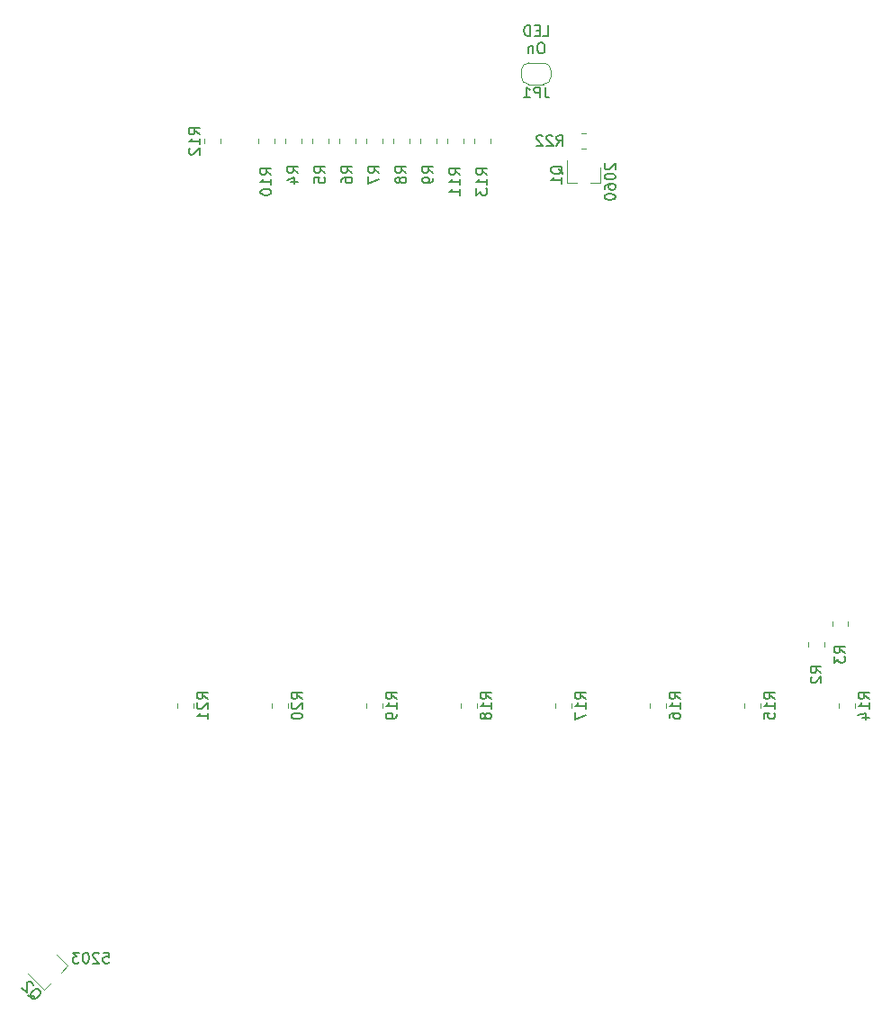
<source format=gbr>
%TF.GenerationSoftware,KiCad,Pcbnew,(5.1.8)-1*%
%TF.CreationDate,2024-08-17T01:38:09+03:00*%
%TF.ProjectId,Ports,506f7274-732e-46b6-9963-61645f706362,rev?*%
%TF.SameCoordinates,Original*%
%TF.FileFunction,Legend,Bot*%
%TF.FilePolarity,Positive*%
%FSLAX46Y46*%
G04 Gerber Fmt 4.6, Leading zero omitted, Abs format (unit mm)*
G04 Created by KiCad (PCBNEW (5.1.8)-1) date 2024-08-17 01:38:09*
%MOMM*%
%LPD*%
G01*
G04 APERTURE LIST*
%ADD10C,0.150000*%
%ADD11C,0.120000*%
G04 APERTURE END LIST*
D10*
X63420476Y-106132380D02*
X63896666Y-106132380D01*
X63944285Y-106608571D01*
X63896666Y-106560952D01*
X63801428Y-106513333D01*
X63563333Y-106513333D01*
X63468095Y-106560952D01*
X63420476Y-106608571D01*
X63372857Y-106703809D01*
X63372857Y-106941904D01*
X63420476Y-107037142D01*
X63468095Y-107084761D01*
X63563333Y-107132380D01*
X63801428Y-107132380D01*
X63896666Y-107084761D01*
X63944285Y-107037142D01*
X62991904Y-106227619D02*
X62944285Y-106180000D01*
X62849047Y-106132380D01*
X62610952Y-106132380D01*
X62515714Y-106180000D01*
X62468095Y-106227619D01*
X62420476Y-106322857D01*
X62420476Y-106418095D01*
X62468095Y-106560952D01*
X63039523Y-107132380D01*
X62420476Y-107132380D01*
X61801428Y-106132380D02*
X61706190Y-106132380D01*
X61610952Y-106180000D01*
X61563333Y-106227619D01*
X61515714Y-106322857D01*
X61468095Y-106513333D01*
X61468095Y-106751428D01*
X61515714Y-106941904D01*
X61563333Y-107037142D01*
X61610952Y-107084761D01*
X61706190Y-107132380D01*
X61801428Y-107132380D01*
X61896666Y-107084761D01*
X61944285Y-107037142D01*
X61991904Y-106941904D01*
X62039523Y-106751428D01*
X62039523Y-106513333D01*
X61991904Y-106322857D01*
X61944285Y-106227619D01*
X61896666Y-106180000D01*
X61801428Y-106132380D01*
X61134761Y-106132380D02*
X60515714Y-106132380D01*
X60849047Y-106513333D01*
X60706190Y-106513333D01*
X60610952Y-106560952D01*
X60563333Y-106608571D01*
X60515714Y-106703809D01*
X60515714Y-106941904D01*
X60563333Y-107037142D01*
X60610952Y-107084761D01*
X60706190Y-107132380D01*
X60991904Y-107132380D01*
X61087142Y-107084761D01*
X61134761Y-107037142D01*
X110672619Y-31940714D02*
X110625000Y-31988333D01*
X110577380Y-32083571D01*
X110577380Y-32321666D01*
X110625000Y-32416904D01*
X110672619Y-32464523D01*
X110767857Y-32512142D01*
X110863095Y-32512142D01*
X111005952Y-32464523D01*
X111577380Y-31893095D01*
X111577380Y-32512142D01*
X110577380Y-33131190D02*
X110577380Y-33226428D01*
X110625000Y-33321666D01*
X110672619Y-33369285D01*
X110767857Y-33416904D01*
X110958333Y-33464523D01*
X111196428Y-33464523D01*
X111386904Y-33416904D01*
X111482142Y-33369285D01*
X111529761Y-33321666D01*
X111577380Y-33226428D01*
X111577380Y-33131190D01*
X111529761Y-33035952D01*
X111482142Y-32988333D01*
X111386904Y-32940714D01*
X111196428Y-32893095D01*
X110958333Y-32893095D01*
X110767857Y-32940714D01*
X110672619Y-32988333D01*
X110625000Y-33035952D01*
X110577380Y-33131190D01*
X110577380Y-34321666D02*
X110577380Y-34131190D01*
X110625000Y-34035952D01*
X110672619Y-33988333D01*
X110815476Y-33893095D01*
X111005952Y-33845476D01*
X111386904Y-33845476D01*
X111482142Y-33893095D01*
X111529761Y-33940714D01*
X111577380Y-34035952D01*
X111577380Y-34226428D01*
X111529761Y-34321666D01*
X111482142Y-34369285D01*
X111386904Y-34416904D01*
X111148809Y-34416904D01*
X111053571Y-34369285D01*
X111005952Y-34321666D01*
X110958333Y-34226428D01*
X110958333Y-34035952D01*
X111005952Y-33940714D01*
X111053571Y-33893095D01*
X111148809Y-33845476D01*
X110577380Y-35035952D02*
X110577380Y-35131190D01*
X110625000Y-35226428D01*
X110672619Y-35274047D01*
X110767857Y-35321666D01*
X110958333Y-35369285D01*
X111196428Y-35369285D01*
X111386904Y-35321666D01*
X111482142Y-35274047D01*
X111529761Y-35226428D01*
X111577380Y-35131190D01*
X111577380Y-35035952D01*
X111529761Y-34940714D01*
X111482142Y-34893095D01*
X111386904Y-34845476D01*
X111196428Y-34797857D01*
X110958333Y-34797857D01*
X110767857Y-34845476D01*
X110672619Y-34893095D01*
X110625000Y-34940714D01*
X110577380Y-35035952D01*
X104782857Y-19947380D02*
X105259047Y-19947380D01*
X105259047Y-18947380D01*
X104449523Y-19423571D02*
X104116190Y-19423571D01*
X103973333Y-19947380D02*
X104449523Y-19947380D01*
X104449523Y-18947380D01*
X103973333Y-18947380D01*
X103544761Y-19947380D02*
X103544761Y-18947380D01*
X103306666Y-18947380D01*
X103163809Y-18995000D01*
X103068571Y-19090238D01*
X103020952Y-19185476D01*
X102973333Y-19375952D01*
X102973333Y-19518809D01*
X103020952Y-19709285D01*
X103068571Y-19804523D01*
X103163809Y-19899761D01*
X103306666Y-19947380D01*
X103544761Y-19947380D01*
X104687619Y-20597380D02*
X104497142Y-20597380D01*
X104401904Y-20645000D01*
X104306666Y-20740238D01*
X104259047Y-20930714D01*
X104259047Y-21264047D01*
X104306666Y-21454523D01*
X104401904Y-21549761D01*
X104497142Y-21597380D01*
X104687619Y-21597380D01*
X104782857Y-21549761D01*
X104878095Y-21454523D01*
X104925714Y-21264047D01*
X104925714Y-20930714D01*
X104878095Y-20740238D01*
X104782857Y-20645000D01*
X104687619Y-20597380D01*
X103830476Y-20930714D02*
X103830476Y-21597380D01*
X103830476Y-21025952D02*
X103782857Y-20978333D01*
X103687619Y-20930714D01*
X103544761Y-20930714D01*
X103449523Y-20978333D01*
X103401904Y-21073571D01*
X103401904Y-21597380D01*
D11*
%TO.C,Q2*%
X60074630Y-107370172D02*
X59042254Y-106337797D01*
X57840172Y-109604630D02*
X56312822Y-108077279D01*
X57840172Y-109604630D02*
X58497782Y-108947021D01*
X60074630Y-107370172D02*
X59417021Y-108027782D01*
%TO.C,R22*%
X108357936Y-29110000D02*
X108812064Y-29110000D01*
X108357936Y-30580000D02*
X108812064Y-30580000D01*
%TO.C,Q1*%
X110165000Y-33780000D02*
X109235000Y-33780000D01*
X107005000Y-33780000D02*
X107935000Y-33780000D01*
X107005000Y-33780000D02*
X107005000Y-31620000D01*
X110165000Y-33780000D02*
X110165000Y-32320000D01*
%TO.C,JP1*%
X103425000Y-24495000D02*
X104825000Y-24495000D01*
X105525000Y-23795000D02*
X105525000Y-23195000D01*
X104825000Y-22495000D02*
X103425000Y-22495000D01*
X102725000Y-23195000D02*
X102725000Y-23795000D01*
X102725000Y-23795000D02*
G75*
G03*
X103425000Y-24495000I700000J0D01*
G01*
X103425000Y-22495000D02*
G75*
G03*
X102725000Y-23195000I0J-700000D01*
G01*
X105525000Y-23195000D02*
G75*
G03*
X104825000Y-22495000I-700000J0D01*
G01*
X104825000Y-24495000D02*
G75*
G03*
X105525000Y-23795000I0J700000D01*
G01*
%TO.C,R21*%
X71855000Y-83142064D02*
X71855000Y-82687936D01*
X70385000Y-83142064D02*
X70385000Y-82687936D01*
%TO.C,R20*%
X80745000Y-83142064D02*
X80745000Y-82687936D01*
X79275000Y-83142064D02*
X79275000Y-82687936D01*
%TO.C,R19*%
X89635000Y-83142064D02*
X89635000Y-82687936D01*
X88165000Y-83142064D02*
X88165000Y-82687936D01*
%TO.C,R18*%
X98525000Y-83142064D02*
X98525000Y-82687936D01*
X97055000Y-83142064D02*
X97055000Y-82687936D01*
%TO.C,R17*%
X107415000Y-83142064D02*
X107415000Y-82687936D01*
X105945000Y-83142064D02*
X105945000Y-82687936D01*
%TO.C,R16*%
X116305000Y-83142064D02*
X116305000Y-82687936D01*
X114835000Y-83142064D02*
X114835000Y-82687936D01*
%TO.C,R15*%
X125195000Y-83142064D02*
X125195000Y-82687936D01*
X123725000Y-83142064D02*
X123725000Y-82687936D01*
%TO.C,R14*%
X134085000Y-83142064D02*
X134085000Y-82687936D01*
X132615000Y-83142064D02*
X132615000Y-82687936D01*
%TO.C,R13*%
X99795000Y-29617936D02*
X99795000Y-30072064D01*
X98325000Y-29617936D02*
X98325000Y-30072064D01*
%TO.C,R12*%
X74395000Y-29617936D02*
X74395000Y-30072064D01*
X72925000Y-29617936D02*
X72925000Y-30072064D01*
%TO.C,R11*%
X97255000Y-29617936D02*
X97255000Y-30072064D01*
X95785000Y-29617936D02*
X95785000Y-30072064D01*
%TO.C,R10*%
X79475000Y-29617936D02*
X79475000Y-30072064D01*
X78005000Y-29617936D02*
X78005000Y-30072064D01*
%TO.C,R9*%
X94715000Y-29617936D02*
X94715000Y-30072064D01*
X93245000Y-29617936D02*
X93245000Y-30072064D01*
%TO.C,R8*%
X92175000Y-29617936D02*
X92175000Y-30072064D01*
X90705000Y-29617936D02*
X90705000Y-30072064D01*
%TO.C,R7*%
X89635000Y-29617936D02*
X89635000Y-30072064D01*
X88165000Y-29617936D02*
X88165000Y-30072064D01*
%TO.C,R6*%
X87095000Y-29617936D02*
X87095000Y-30072064D01*
X85625000Y-29617936D02*
X85625000Y-30072064D01*
%TO.C,R5*%
X84555000Y-29617936D02*
X84555000Y-30072064D01*
X83085000Y-29617936D02*
X83085000Y-30072064D01*
%TO.C,R4*%
X82015000Y-29617936D02*
X82015000Y-30072064D01*
X80545000Y-29617936D02*
X80545000Y-30072064D01*
%TO.C,R3*%
X131980000Y-74972936D02*
X131980000Y-75427064D01*
X133450000Y-74972936D02*
X133450000Y-75427064D01*
%TO.C,R2*%
X131227500Y-77379564D02*
X131227500Y-76925436D01*
X129757500Y-77379564D02*
X129757500Y-76925436D01*
%TO.C,Q2*%
D10*
X56332351Y-110172335D02*
X56433366Y-110206007D01*
X56568053Y-110206007D01*
X56770084Y-110206007D01*
X56871099Y-110239679D01*
X56938442Y-110307022D01*
X56736412Y-110441709D02*
X56837427Y-110475381D01*
X56972114Y-110475381D01*
X57140473Y-110374366D01*
X57376175Y-110138663D01*
X57477190Y-109970305D01*
X57477190Y-109835618D01*
X57443519Y-109734602D01*
X57308832Y-109599915D01*
X57207816Y-109566244D01*
X57073129Y-109566244D01*
X56904771Y-109667259D01*
X56669068Y-109902961D01*
X56568053Y-110071320D01*
X56568053Y-110206007D01*
X56601725Y-110307022D01*
X56736412Y-110441709D01*
X56803755Y-109229526D02*
X56803755Y-109162183D01*
X56770084Y-109061167D01*
X56601725Y-108892809D01*
X56500710Y-108859137D01*
X56433366Y-108859137D01*
X56332351Y-108892809D01*
X56265007Y-108960152D01*
X56197664Y-109094839D01*
X56197664Y-109902961D01*
X55759931Y-109465228D01*
%TO.C,R22*%
X106052857Y-30297380D02*
X106386190Y-29821190D01*
X106624285Y-30297380D02*
X106624285Y-29297380D01*
X106243333Y-29297380D01*
X106148095Y-29345000D01*
X106100476Y-29392619D01*
X106052857Y-29487857D01*
X106052857Y-29630714D01*
X106100476Y-29725952D01*
X106148095Y-29773571D01*
X106243333Y-29821190D01*
X106624285Y-29821190D01*
X105671904Y-29392619D02*
X105624285Y-29345000D01*
X105529047Y-29297380D01*
X105290952Y-29297380D01*
X105195714Y-29345000D01*
X105148095Y-29392619D01*
X105100476Y-29487857D01*
X105100476Y-29583095D01*
X105148095Y-29725952D01*
X105719523Y-30297380D01*
X105100476Y-30297380D01*
X104719523Y-29392619D02*
X104671904Y-29345000D01*
X104576666Y-29297380D01*
X104338571Y-29297380D01*
X104243333Y-29345000D01*
X104195714Y-29392619D01*
X104148095Y-29487857D01*
X104148095Y-29583095D01*
X104195714Y-29725952D01*
X104767142Y-30297380D01*
X104148095Y-30297380D01*
%TO.C,Q1*%
X106632619Y-32924761D02*
X106585000Y-32829523D01*
X106489761Y-32734285D01*
X106346904Y-32591428D01*
X106299285Y-32496190D01*
X106299285Y-32400952D01*
X106537380Y-32448571D02*
X106489761Y-32353333D01*
X106394523Y-32258095D01*
X106204047Y-32210476D01*
X105870714Y-32210476D01*
X105680238Y-32258095D01*
X105585000Y-32353333D01*
X105537380Y-32448571D01*
X105537380Y-32639047D01*
X105585000Y-32734285D01*
X105680238Y-32829523D01*
X105870714Y-32877142D01*
X106204047Y-32877142D01*
X106394523Y-32829523D01*
X106489761Y-32734285D01*
X106537380Y-32639047D01*
X106537380Y-32448571D01*
X106537380Y-33829523D02*
X106537380Y-33258095D01*
X106537380Y-33543809D02*
X105537380Y-33543809D01*
X105680238Y-33448571D01*
X105775476Y-33353333D01*
X105823095Y-33258095D01*
%TO.C,JP1*%
X104958333Y-24747380D02*
X104958333Y-25461666D01*
X105005952Y-25604523D01*
X105101190Y-25699761D01*
X105244047Y-25747380D01*
X105339285Y-25747380D01*
X104482142Y-25747380D02*
X104482142Y-24747380D01*
X104101190Y-24747380D01*
X104005952Y-24795000D01*
X103958333Y-24842619D01*
X103910714Y-24937857D01*
X103910714Y-25080714D01*
X103958333Y-25175952D01*
X104005952Y-25223571D01*
X104101190Y-25271190D01*
X104482142Y-25271190D01*
X102958333Y-25747380D02*
X103529761Y-25747380D01*
X103244047Y-25747380D02*
X103244047Y-24747380D01*
X103339285Y-24890238D01*
X103434523Y-24985476D01*
X103529761Y-25033095D01*
%TO.C,R21*%
X73222380Y-82272142D02*
X72746190Y-81938809D01*
X73222380Y-81700714D02*
X72222380Y-81700714D01*
X72222380Y-82081666D01*
X72270000Y-82176904D01*
X72317619Y-82224523D01*
X72412857Y-82272142D01*
X72555714Y-82272142D01*
X72650952Y-82224523D01*
X72698571Y-82176904D01*
X72746190Y-82081666D01*
X72746190Y-81700714D01*
X72317619Y-82653095D02*
X72270000Y-82700714D01*
X72222380Y-82795952D01*
X72222380Y-83034047D01*
X72270000Y-83129285D01*
X72317619Y-83176904D01*
X72412857Y-83224523D01*
X72508095Y-83224523D01*
X72650952Y-83176904D01*
X73222380Y-82605476D01*
X73222380Y-83224523D01*
X73222380Y-84176904D02*
X73222380Y-83605476D01*
X73222380Y-83891190D02*
X72222380Y-83891190D01*
X72365238Y-83795952D01*
X72460476Y-83700714D01*
X72508095Y-83605476D01*
%TO.C,R20*%
X82112380Y-82272142D02*
X81636190Y-81938809D01*
X82112380Y-81700714D02*
X81112380Y-81700714D01*
X81112380Y-82081666D01*
X81160000Y-82176904D01*
X81207619Y-82224523D01*
X81302857Y-82272142D01*
X81445714Y-82272142D01*
X81540952Y-82224523D01*
X81588571Y-82176904D01*
X81636190Y-82081666D01*
X81636190Y-81700714D01*
X81207619Y-82653095D02*
X81160000Y-82700714D01*
X81112380Y-82795952D01*
X81112380Y-83034047D01*
X81160000Y-83129285D01*
X81207619Y-83176904D01*
X81302857Y-83224523D01*
X81398095Y-83224523D01*
X81540952Y-83176904D01*
X82112380Y-82605476D01*
X82112380Y-83224523D01*
X81112380Y-83843571D02*
X81112380Y-83938809D01*
X81160000Y-84034047D01*
X81207619Y-84081666D01*
X81302857Y-84129285D01*
X81493333Y-84176904D01*
X81731428Y-84176904D01*
X81921904Y-84129285D01*
X82017142Y-84081666D01*
X82064761Y-84034047D01*
X82112380Y-83938809D01*
X82112380Y-83843571D01*
X82064761Y-83748333D01*
X82017142Y-83700714D01*
X81921904Y-83653095D01*
X81731428Y-83605476D01*
X81493333Y-83605476D01*
X81302857Y-83653095D01*
X81207619Y-83700714D01*
X81160000Y-83748333D01*
X81112380Y-83843571D01*
%TO.C,R19*%
X91002380Y-82272142D02*
X90526190Y-81938809D01*
X91002380Y-81700714D02*
X90002380Y-81700714D01*
X90002380Y-82081666D01*
X90050000Y-82176904D01*
X90097619Y-82224523D01*
X90192857Y-82272142D01*
X90335714Y-82272142D01*
X90430952Y-82224523D01*
X90478571Y-82176904D01*
X90526190Y-82081666D01*
X90526190Y-81700714D01*
X91002380Y-83224523D02*
X91002380Y-82653095D01*
X91002380Y-82938809D02*
X90002380Y-82938809D01*
X90145238Y-82843571D01*
X90240476Y-82748333D01*
X90288095Y-82653095D01*
X91002380Y-83700714D02*
X91002380Y-83891190D01*
X90954761Y-83986428D01*
X90907142Y-84034047D01*
X90764285Y-84129285D01*
X90573809Y-84176904D01*
X90192857Y-84176904D01*
X90097619Y-84129285D01*
X90050000Y-84081666D01*
X90002380Y-83986428D01*
X90002380Y-83795952D01*
X90050000Y-83700714D01*
X90097619Y-83653095D01*
X90192857Y-83605476D01*
X90430952Y-83605476D01*
X90526190Y-83653095D01*
X90573809Y-83700714D01*
X90621428Y-83795952D01*
X90621428Y-83986428D01*
X90573809Y-84081666D01*
X90526190Y-84129285D01*
X90430952Y-84176904D01*
%TO.C,R18*%
X99892380Y-82272142D02*
X99416190Y-81938809D01*
X99892380Y-81700714D02*
X98892380Y-81700714D01*
X98892380Y-82081666D01*
X98940000Y-82176904D01*
X98987619Y-82224523D01*
X99082857Y-82272142D01*
X99225714Y-82272142D01*
X99320952Y-82224523D01*
X99368571Y-82176904D01*
X99416190Y-82081666D01*
X99416190Y-81700714D01*
X99892380Y-83224523D02*
X99892380Y-82653095D01*
X99892380Y-82938809D02*
X98892380Y-82938809D01*
X99035238Y-82843571D01*
X99130476Y-82748333D01*
X99178095Y-82653095D01*
X99320952Y-83795952D02*
X99273333Y-83700714D01*
X99225714Y-83653095D01*
X99130476Y-83605476D01*
X99082857Y-83605476D01*
X98987619Y-83653095D01*
X98940000Y-83700714D01*
X98892380Y-83795952D01*
X98892380Y-83986428D01*
X98940000Y-84081666D01*
X98987619Y-84129285D01*
X99082857Y-84176904D01*
X99130476Y-84176904D01*
X99225714Y-84129285D01*
X99273333Y-84081666D01*
X99320952Y-83986428D01*
X99320952Y-83795952D01*
X99368571Y-83700714D01*
X99416190Y-83653095D01*
X99511428Y-83605476D01*
X99701904Y-83605476D01*
X99797142Y-83653095D01*
X99844761Y-83700714D01*
X99892380Y-83795952D01*
X99892380Y-83986428D01*
X99844761Y-84081666D01*
X99797142Y-84129285D01*
X99701904Y-84176904D01*
X99511428Y-84176904D01*
X99416190Y-84129285D01*
X99368571Y-84081666D01*
X99320952Y-83986428D01*
%TO.C,R17*%
X108782380Y-82272142D02*
X108306190Y-81938809D01*
X108782380Y-81700714D02*
X107782380Y-81700714D01*
X107782380Y-82081666D01*
X107830000Y-82176904D01*
X107877619Y-82224523D01*
X107972857Y-82272142D01*
X108115714Y-82272142D01*
X108210952Y-82224523D01*
X108258571Y-82176904D01*
X108306190Y-82081666D01*
X108306190Y-81700714D01*
X108782380Y-83224523D02*
X108782380Y-82653095D01*
X108782380Y-82938809D02*
X107782380Y-82938809D01*
X107925238Y-82843571D01*
X108020476Y-82748333D01*
X108068095Y-82653095D01*
X107782380Y-83557857D02*
X107782380Y-84224523D01*
X108782380Y-83795952D01*
%TO.C,R16*%
X117672380Y-82272142D02*
X117196190Y-81938809D01*
X117672380Y-81700714D02*
X116672380Y-81700714D01*
X116672380Y-82081666D01*
X116720000Y-82176904D01*
X116767619Y-82224523D01*
X116862857Y-82272142D01*
X117005714Y-82272142D01*
X117100952Y-82224523D01*
X117148571Y-82176904D01*
X117196190Y-82081666D01*
X117196190Y-81700714D01*
X117672380Y-83224523D02*
X117672380Y-82653095D01*
X117672380Y-82938809D02*
X116672380Y-82938809D01*
X116815238Y-82843571D01*
X116910476Y-82748333D01*
X116958095Y-82653095D01*
X116672380Y-84081666D02*
X116672380Y-83891190D01*
X116720000Y-83795952D01*
X116767619Y-83748333D01*
X116910476Y-83653095D01*
X117100952Y-83605476D01*
X117481904Y-83605476D01*
X117577142Y-83653095D01*
X117624761Y-83700714D01*
X117672380Y-83795952D01*
X117672380Y-83986428D01*
X117624761Y-84081666D01*
X117577142Y-84129285D01*
X117481904Y-84176904D01*
X117243809Y-84176904D01*
X117148571Y-84129285D01*
X117100952Y-84081666D01*
X117053333Y-83986428D01*
X117053333Y-83795952D01*
X117100952Y-83700714D01*
X117148571Y-83653095D01*
X117243809Y-83605476D01*
%TO.C,R15*%
X126562380Y-82272142D02*
X126086190Y-81938809D01*
X126562380Y-81700714D02*
X125562380Y-81700714D01*
X125562380Y-82081666D01*
X125610000Y-82176904D01*
X125657619Y-82224523D01*
X125752857Y-82272142D01*
X125895714Y-82272142D01*
X125990952Y-82224523D01*
X126038571Y-82176904D01*
X126086190Y-82081666D01*
X126086190Y-81700714D01*
X126562380Y-83224523D02*
X126562380Y-82653095D01*
X126562380Y-82938809D02*
X125562380Y-82938809D01*
X125705238Y-82843571D01*
X125800476Y-82748333D01*
X125848095Y-82653095D01*
X125562380Y-84129285D02*
X125562380Y-83653095D01*
X126038571Y-83605476D01*
X125990952Y-83653095D01*
X125943333Y-83748333D01*
X125943333Y-83986428D01*
X125990952Y-84081666D01*
X126038571Y-84129285D01*
X126133809Y-84176904D01*
X126371904Y-84176904D01*
X126467142Y-84129285D01*
X126514761Y-84081666D01*
X126562380Y-83986428D01*
X126562380Y-83748333D01*
X126514761Y-83653095D01*
X126467142Y-83605476D01*
%TO.C,R14*%
X135452380Y-82272142D02*
X134976190Y-81938809D01*
X135452380Y-81700714D02*
X134452380Y-81700714D01*
X134452380Y-82081666D01*
X134500000Y-82176904D01*
X134547619Y-82224523D01*
X134642857Y-82272142D01*
X134785714Y-82272142D01*
X134880952Y-82224523D01*
X134928571Y-82176904D01*
X134976190Y-82081666D01*
X134976190Y-81700714D01*
X135452380Y-83224523D02*
X135452380Y-82653095D01*
X135452380Y-82938809D02*
X134452380Y-82938809D01*
X134595238Y-82843571D01*
X134690476Y-82748333D01*
X134738095Y-82653095D01*
X134785714Y-84081666D02*
X135452380Y-84081666D01*
X134404761Y-83843571D02*
X135119047Y-83605476D01*
X135119047Y-84224523D01*
%TO.C,R13*%
X99512380Y-33012142D02*
X99036190Y-32678809D01*
X99512380Y-32440714D02*
X98512380Y-32440714D01*
X98512380Y-32821666D01*
X98560000Y-32916904D01*
X98607619Y-32964523D01*
X98702857Y-33012142D01*
X98845714Y-33012142D01*
X98940952Y-32964523D01*
X98988571Y-32916904D01*
X99036190Y-32821666D01*
X99036190Y-32440714D01*
X99512380Y-33964523D02*
X99512380Y-33393095D01*
X99512380Y-33678809D02*
X98512380Y-33678809D01*
X98655238Y-33583571D01*
X98750476Y-33488333D01*
X98798095Y-33393095D01*
X98512380Y-34297857D02*
X98512380Y-34916904D01*
X98893333Y-34583571D01*
X98893333Y-34726428D01*
X98940952Y-34821666D01*
X98988571Y-34869285D01*
X99083809Y-34916904D01*
X99321904Y-34916904D01*
X99417142Y-34869285D01*
X99464761Y-34821666D01*
X99512380Y-34726428D01*
X99512380Y-34440714D01*
X99464761Y-34345476D01*
X99417142Y-34297857D01*
%TO.C,R12*%
X72462380Y-29202142D02*
X71986190Y-28868809D01*
X72462380Y-28630714D02*
X71462380Y-28630714D01*
X71462380Y-29011666D01*
X71510000Y-29106904D01*
X71557619Y-29154523D01*
X71652857Y-29202142D01*
X71795714Y-29202142D01*
X71890952Y-29154523D01*
X71938571Y-29106904D01*
X71986190Y-29011666D01*
X71986190Y-28630714D01*
X72462380Y-30154523D02*
X72462380Y-29583095D01*
X72462380Y-29868809D02*
X71462380Y-29868809D01*
X71605238Y-29773571D01*
X71700476Y-29678333D01*
X71748095Y-29583095D01*
X71557619Y-30535476D02*
X71510000Y-30583095D01*
X71462380Y-30678333D01*
X71462380Y-30916428D01*
X71510000Y-31011666D01*
X71557619Y-31059285D01*
X71652857Y-31106904D01*
X71748095Y-31106904D01*
X71890952Y-31059285D01*
X72462380Y-30487857D01*
X72462380Y-31106904D01*
%TO.C,R11*%
X96972380Y-33012142D02*
X96496190Y-32678809D01*
X96972380Y-32440714D02*
X95972380Y-32440714D01*
X95972380Y-32821666D01*
X96020000Y-32916904D01*
X96067619Y-32964523D01*
X96162857Y-33012142D01*
X96305714Y-33012142D01*
X96400952Y-32964523D01*
X96448571Y-32916904D01*
X96496190Y-32821666D01*
X96496190Y-32440714D01*
X96972380Y-33964523D02*
X96972380Y-33393095D01*
X96972380Y-33678809D02*
X95972380Y-33678809D01*
X96115238Y-33583571D01*
X96210476Y-33488333D01*
X96258095Y-33393095D01*
X96972380Y-34916904D02*
X96972380Y-34345476D01*
X96972380Y-34631190D02*
X95972380Y-34631190D01*
X96115238Y-34535952D01*
X96210476Y-34440714D01*
X96258095Y-34345476D01*
%TO.C,R10*%
X79192380Y-33012142D02*
X78716190Y-32678809D01*
X79192380Y-32440714D02*
X78192380Y-32440714D01*
X78192380Y-32821666D01*
X78240000Y-32916904D01*
X78287619Y-32964523D01*
X78382857Y-33012142D01*
X78525714Y-33012142D01*
X78620952Y-32964523D01*
X78668571Y-32916904D01*
X78716190Y-32821666D01*
X78716190Y-32440714D01*
X79192380Y-33964523D02*
X79192380Y-33393095D01*
X79192380Y-33678809D02*
X78192380Y-33678809D01*
X78335238Y-33583571D01*
X78430476Y-33488333D01*
X78478095Y-33393095D01*
X78192380Y-34583571D02*
X78192380Y-34678809D01*
X78240000Y-34774047D01*
X78287619Y-34821666D01*
X78382857Y-34869285D01*
X78573333Y-34916904D01*
X78811428Y-34916904D01*
X79001904Y-34869285D01*
X79097142Y-34821666D01*
X79144761Y-34774047D01*
X79192380Y-34678809D01*
X79192380Y-34583571D01*
X79144761Y-34488333D01*
X79097142Y-34440714D01*
X79001904Y-34393095D01*
X78811428Y-34345476D01*
X78573333Y-34345476D01*
X78382857Y-34393095D01*
X78287619Y-34440714D01*
X78240000Y-34488333D01*
X78192380Y-34583571D01*
%TO.C,R9*%
X94432380Y-32853333D02*
X93956190Y-32520000D01*
X94432380Y-32281904D02*
X93432380Y-32281904D01*
X93432380Y-32662857D01*
X93480000Y-32758095D01*
X93527619Y-32805714D01*
X93622857Y-32853333D01*
X93765714Y-32853333D01*
X93860952Y-32805714D01*
X93908571Y-32758095D01*
X93956190Y-32662857D01*
X93956190Y-32281904D01*
X94432380Y-33329523D02*
X94432380Y-33520000D01*
X94384761Y-33615238D01*
X94337142Y-33662857D01*
X94194285Y-33758095D01*
X94003809Y-33805714D01*
X93622857Y-33805714D01*
X93527619Y-33758095D01*
X93480000Y-33710476D01*
X93432380Y-33615238D01*
X93432380Y-33424761D01*
X93480000Y-33329523D01*
X93527619Y-33281904D01*
X93622857Y-33234285D01*
X93860952Y-33234285D01*
X93956190Y-33281904D01*
X94003809Y-33329523D01*
X94051428Y-33424761D01*
X94051428Y-33615238D01*
X94003809Y-33710476D01*
X93956190Y-33758095D01*
X93860952Y-33805714D01*
%TO.C,R8*%
X91892380Y-32853333D02*
X91416190Y-32520000D01*
X91892380Y-32281904D02*
X90892380Y-32281904D01*
X90892380Y-32662857D01*
X90940000Y-32758095D01*
X90987619Y-32805714D01*
X91082857Y-32853333D01*
X91225714Y-32853333D01*
X91320952Y-32805714D01*
X91368571Y-32758095D01*
X91416190Y-32662857D01*
X91416190Y-32281904D01*
X91320952Y-33424761D02*
X91273333Y-33329523D01*
X91225714Y-33281904D01*
X91130476Y-33234285D01*
X91082857Y-33234285D01*
X90987619Y-33281904D01*
X90940000Y-33329523D01*
X90892380Y-33424761D01*
X90892380Y-33615238D01*
X90940000Y-33710476D01*
X90987619Y-33758095D01*
X91082857Y-33805714D01*
X91130476Y-33805714D01*
X91225714Y-33758095D01*
X91273333Y-33710476D01*
X91320952Y-33615238D01*
X91320952Y-33424761D01*
X91368571Y-33329523D01*
X91416190Y-33281904D01*
X91511428Y-33234285D01*
X91701904Y-33234285D01*
X91797142Y-33281904D01*
X91844761Y-33329523D01*
X91892380Y-33424761D01*
X91892380Y-33615238D01*
X91844761Y-33710476D01*
X91797142Y-33758095D01*
X91701904Y-33805714D01*
X91511428Y-33805714D01*
X91416190Y-33758095D01*
X91368571Y-33710476D01*
X91320952Y-33615238D01*
%TO.C,R7*%
X89352380Y-32853333D02*
X88876190Y-32520000D01*
X89352380Y-32281904D02*
X88352380Y-32281904D01*
X88352380Y-32662857D01*
X88400000Y-32758095D01*
X88447619Y-32805714D01*
X88542857Y-32853333D01*
X88685714Y-32853333D01*
X88780952Y-32805714D01*
X88828571Y-32758095D01*
X88876190Y-32662857D01*
X88876190Y-32281904D01*
X88352380Y-33186666D02*
X88352380Y-33853333D01*
X89352380Y-33424761D01*
%TO.C,R6*%
X86812380Y-32853333D02*
X86336190Y-32520000D01*
X86812380Y-32281904D02*
X85812380Y-32281904D01*
X85812380Y-32662857D01*
X85860000Y-32758095D01*
X85907619Y-32805714D01*
X86002857Y-32853333D01*
X86145714Y-32853333D01*
X86240952Y-32805714D01*
X86288571Y-32758095D01*
X86336190Y-32662857D01*
X86336190Y-32281904D01*
X85812380Y-33710476D02*
X85812380Y-33520000D01*
X85860000Y-33424761D01*
X85907619Y-33377142D01*
X86050476Y-33281904D01*
X86240952Y-33234285D01*
X86621904Y-33234285D01*
X86717142Y-33281904D01*
X86764761Y-33329523D01*
X86812380Y-33424761D01*
X86812380Y-33615238D01*
X86764761Y-33710476D01*
X86717142Y-33758095D01*
X86621904Y-33805714D01*
X86383809Y-33805714D01*
X86288571Y-33758095D01*
X86240952Y-33710476D01*
X86193333Y-33615238D01*
X86193333Y-33424761D01*
X86240952Y-33329523D01*
X86288571Y-33281904D01*
X86383809Y-33234285D01*
%TO.C,R5*%
X84272380Y-32853333D02*
X83796190Y-32520000D01*
X84272380Y-32281904D02*
X83272380Y-32281904D01*
X83272380Y-32662857D01*
X83320000Y-32758095D01*
X83367619Y-32805714D01*
X83462857Y-32853333D01*
X83605714Y-32853333D01*
X83700952Y-32805714D01*
X83748571Y-32758095D01*
X83796190Y-32662857D01*
X83796190Y-32281904D01*
X83272380Y-33758095D02*
X83272380Y-33281904D01*
X83748571Y-33234285D01*
X83700952Y-33281904D01*
X83653333Y-33377142D01*
X83653333Y-33615238D01*
X83700952Y-33710476D01*
X83748571Y-33758095D01*
X83843809Y-33805714D01*
X84081904Y-33805714D01*
X84177142Y-33758095D01*
X84224761Y-33710476D01*
X84272380Y-33615238D01*
X84272380Y-33377142D01*
X84224761Y-33281904D01*
X84177142Y-33234285D01*
%TO.C,R4*%
X81732380Y-32853333D02*
X81256190Y-32520000D01*
X81732380Y-32281904D02*
X80732380Y-32281904D01*
X80732380Y-32662857D01*
X80780000Y-32758095D01*
X80827619Y-32805714D01*
X80922857Y-32853333D01*
X81065714Y-32853333D01*
X81160952Y-32805714D01*
X81208571Y-32758095D01*
X81256190Y-32662857D01*
X81256190Y-32281904D01*
X81065714Y-33710476D02*
X81732380Y-33710476D01*
X80684761Y-33472380D02*
X81399047Y-33234285D01*
X81399047Y-33853333D01*
%TO.C,R3*%
X133167380Y-77938333D02*
X132691190Y-77605000D01*
X133167380Y-77366904D02*
X132167380Y-77366904D01*
X132167380Y-77747857D01*
X132215000Y-77843095D01*
X132262619Y-77890714D01*
X132357857Y-77938333D01*
X132500714Y-77938333D01*
X132595952Y-77890714D01*
X132643571Y-77843095D01*
X132691190Y-77747857D01*
X132691190Y-77366904D01*
X132167380Y-78271666D02*
X132167380Y-78890714D01*
X132548333Y-78557380D01*
X132548333Y-78700238D01*
X132595952Y-78795476D01*
X132643571Y-78843095D01*
X132738809Y-78890714D01*
X132976904Y-78890714D01*
X133072142Y-78843095D01*
X133119761Y-78795476D01*
X133167380Y-78700238D01*
X133167380Y-78414523D01*
X133119761Y-78319285D01*
X133072142Y-78271666D01*
%TO.C,R2*%
X130944880Y-79843333D02*
X130468690Y-79510000D01*
X130944880Y-79271904D02*
X129944880Y-79271904D01*
X129944880Y-79652857D01*
X129992500Y-79748095D01*
X130040119Y-79795714D01*
X130135357Y-79843333D01*
X130278214Y-79843333D01*
X130373452Y-79795714D01*
X130421071Y-79748095D01*
X130468690Y-79652857D01*
X130468690Y-79271904D01*
X130040119Y-80224285D02*
X129992500Y-80271904D01*
X129944880Y-80367142D01*
X129944880Y-80605238D01*
X129992500Y-80700476D01*
X130040119Y-80748095D01*
X130135357Y-80795714D01*
X130230595Y-80795714D01*
X130373452Y-80748095D01*
X130944880Y-80176666D01*
X130944880Y-80795714D01*
%TD*%
M02*

</source>
